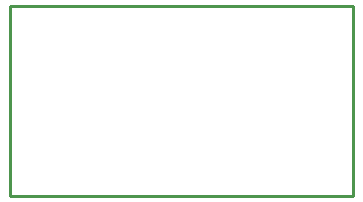
<source format=gbr>
G04 EAGLE Gerber RS-274X export*
G75*
%MOMM*%
%FSLAX34Y34*%
%LPD*%
%IN*%
%IPPOS*%
%AMOC8*
5,1,8,0,0,1.08239X$1,22.5*%
G01*
%ADD10C,0.254000*%


D10*
X1651Y1270D02*
X291841Y1270D01*
X291841Y161798D01*
X1651Y161798D01*
X1651Y1270D01*
M02*

</source>
